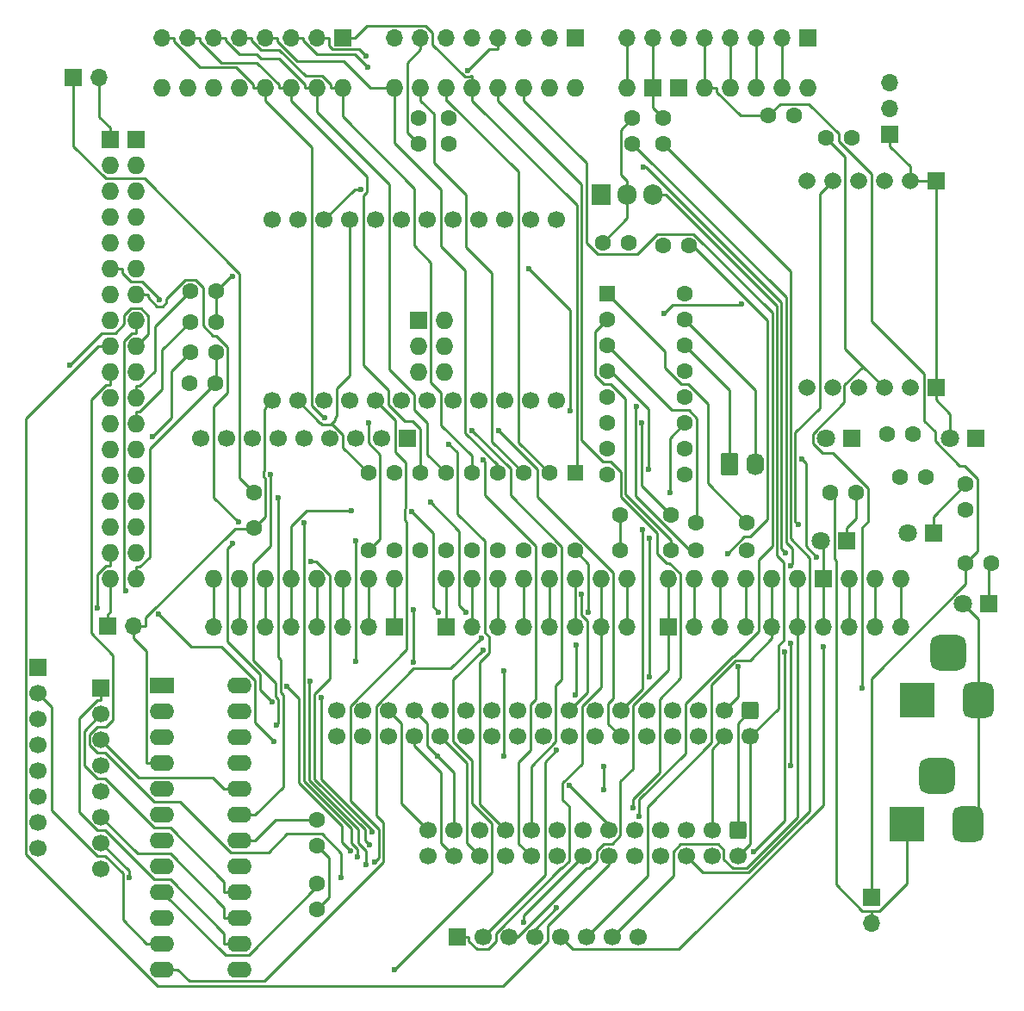
<source format=gbr>
G04 #@! TF.GenerationSoftware,KiCad,Pcbnew,9.0.4*
G04 #@! TF.CreationDate,2025-12-01T20:39:30+10:00*
G04 #@! TF.ProjectId,Jet Ranger DUE Prod Radio Controller,4a657420-5261-46e6-9765-722044554520,rev?*
G04 #@! TF.SameCoordinates,Original*
G04 #@! TF.FileFunction,Copper,L2,Bot*
G04 #@! TF.FilePolarity,Positive*
%FSLAX46Y46*%
G04 Gerber Fmt 4.6, Leading zero omitted, Abs format (unit mm)*
G04 Created by KiCad (PCBNEW 9.0.4) date 2025-12-01 20:39:30*
%MOMM*%
%LPD*%
G01*
G04 APERTURE LIST*
G04 Aperture macros list*
%AMRoundRect*
0 Rectangle with rounded corners*
0 $1 Rounding radius*
0 $2 $3 $4 $5 $6 $7 $8 $9 X,Y pos of 4 corners*
0 Add a 4 corners polygon primitive as box body*
4,1,4,$2,$3,$4,$5,$6,$7,$8,$9,$2,$3,0*
0 Add four circle primitives for the rounded corners*
1,1,$1+$1,$2,$3*
1,1,$1+$1,$4,$5*
1,1,$1+$1,$6,$7*
1,1,$1+$1,$8,$9*
0 Add four rect primitives between the rounded corners*
20,1,$1+$1,$2,$3,$4,$5,0*
20,1,$1+$1,$4,$5,$6,$7,0*
20,1,$1+$1,$6,$7,$8,$9,0*
20,1,$1+$1,$8,$9,$2,$3,0*%
G04 Aperture macros list end*
G04 #@! TA.AperFunction,ComponentPad*
%ADD10R,1.700000X1.700000*%
G04 #@! TD*
G04 #@! TA.AperFunction,ComponentPad*
%ADD11C,1.700000*%
G04 #@! TD*
G04 #@! TA.AperFunction,ComponentPad*
%ADD12C,1.600000*%
G04 #@! TD*
G04 #@! TA.AperFunction,ComponentPad*
%ADD13O,1.727200X1.727200*%
G04 #@! TD*
G04 #@! TA.AperFunction,ComponentPad*
%ADD14R,1.727200X1.727200*%
G04 #@! TD*
G04 #@! TA.AperFunction,ComponentPad*
%ADD15O,1.700000X1.700000*%
G04 #@! TD*
G04 #@! TA.AperFunction,ComponentPad*
%ADD16R,2.400000X1.600000*%
G04 #@! TD*
G04 #@! TA.AperFunction,ComponentPad*
%ADD17O,2.400000X1.600000*%
G04 #@! TD*
G04 #@! TA.AperFunction,ComponentPad*
%ADD18RoundRect,0.250000X-0.620000X-0.845000X0.620000X-0.845000X0.620000X0.845000X-0.620000X0.845000X0*%
G04 #@! TD*
G04 #@! TA.AperFunction,ComponentPad*
%ADD19O,1.740000X2.190000*%
G04 #@! TD*
G04 #@! TA.AperFunction,ComponentPad*
%ADD20R,1.800000X1.800000*%
G04 #@! TD*
G04 #@! TA.AperFunction,ComponentPad*
%ADD21C,1.800000*%
G04 #@! TD*
G04 #@! TA.AperFunction,ComponentPad*
%ADD22R,3.500000X3.500000*%
G04 #@! TD*
G04 #@! TA.AperFunction,ComponentPad*
%ADD23RoundRect,0.750000X0.750000X1.000000X-0.750000X1.000000X-0.750000X-1.000000X0.750000X-1.000000X0*%
G04 #@! TD*
G04 #@! TA.AperFunction,ComponentPad*
%ADD24RoundRect,0.875000X0.875000X0.875000X-0.875000X0.875000X-0.875000X-0.875000X0.875000X-0.875000X0*%
G04 #@! TD*
G04 #@! TA.AperFunction,ComponentPad*
%ADD25RoundRect,0.250000X-0.550000X-0.550000X0.550000X-0.550000X0.550000X0.550000X-0.550000X0.550000X0*%
G04 #@! TD*
G04 #@! TA.AperFunction,ComponentPad*
%ADD26RoundRect,0.250000X-0.550000X0.550000X-0.550000X-0.550000X0.550000X-0.550000X0.550000X0.550000X0*%
G04 #@! TD*
G04 #@! TA.AperFunction,ComponentPad*
%ADD27R,1.905000X2.000000*%
G04 #@! TD*
G04 #@! TA.AperFunction,ComponentPad*
%ADD28O,1.905000X2.000000*%
G04 #@! TD*
G04 #@! TA.AperFunction,ComponentPad*
%ADD29R,1.665000X1.665000*%
G04 #@! TD*
G04 #@! TA.AperFunction,ComponentPad*
%ADD30C,1.665000*%
G04 #@! TD*
G04 #@! TA.AperFunction,ComponentPad*
%ADD31RoundRect,0.250000X-0.600000X0.600000X-0.600000X-0.600000X0.600000X-0.600000X0.600000X0.600000X0*%
G04 #@! TD*
G04 #@! TA.AperFunction,ViaPad*
%ADD32C,0.600000*%
G04 #@! TD*
G04 #@! TA.AperFunction,Conductor*
%ADD33C,0.250000*%
G04 #@! TD*
G04 APERTURE END LIST*
D10*
X74720000Y-129500000D03*
D11*
X77260000Y-129500000D03*
X79800000Y-129500000D03*
X82340000Y-129500000D03*
X84880000Y-129500000D03*
X87420000Y-129500000D03*
X89960000Y-129500000D03*
X92500000Y-129500000D03*
X56560000Y-76750000D03*
X59100000Y-76750000D03*
X61640000Y-76750000D03*
X64180000Y-76750000D03*
X66720000Y-76750000D03*
X69260000Y-76750000D03*
X71800000Y-76750000D03*
X74340000Y-76750000D03*
X76880000Y-76750000D03*
X79420000Y-76750000D03*
X81960000Y-76750000D03*
X84500000Y-76750000D03*
X84500000Y-58970000D03*
X81960000Y-58970000D03*
X79420000Y-58970000D03*
X76880000Y-58970000D03*
X74340000Y-58970000D03*
X71800000Y-58970000D03*
X69260000Y-58970000D03*
X66720000Y-58970000D03*
X64180000Y-58970000D03*
X61640000Y-58970000D03*
X59100000Y-58970000D03*
X56560000Y-58970000D03*
D12*
X73950000Y-49000000D03*
X73950000Y-51500000D03*
X70940000Y-49000000D03*
X70940000Y-51500000D03*
D13*
X109205000Y-46039300D03*
X101585000Y-46039300D03*
X99045000Y-46039300D03*
X70978000Y-73979300D03*
X43165000Y-94299300D03*
X40625000Y-94299300D03*
X86345000Y-46039300D03*
X83805000Y-46039300D03*
X81265000Y-46039300D03*
X78725000Y-46039300D03*
X76185000Y-46039300D03*
X73645000Y-46039300D03*
X71105000Y-46039300D03*
X68565000Y-46039300D03*
X63485000Y-46039300D03*
X60945000Y-46039300D03*
X58405000Y-46039300D03*
X55865000Y-46039300D03*
X113269000Y-94299300D03*
X48245000Y-46039300D03*
X45705000Y-46039300D03*
X73645000Y-94299300D03*
X76185000Y-94299300D03*
X78725000Y-94299300D03*
X81265000Y-94299300D03*
X83805000Y-94299300D03*
X86345000Y-94299300D03*
X88885000Y-94299300D03*
X91425000Y-94299300D03*
X95489000Y-94299300D03*
X98029000Y-94299300D03*
X100569000Y-94299300D03*
X103109000Y-94299300D03*
X105649000Y-94299300D03*
X108189000Y-94299300D03*
X68565000Y-94299300D03*
X66025000Y-94299300D03*
X63485000Y-94299300D03*
X60945000Y-94299300D03*
X58405000Y-94299300D03*
X55865000Y-94299300D03*
X53325000Y-94299300D03*
X50785000Y-94299300D03*
X43165000Y-91759300D03*
X40625000Y-91759300D03*
X43165000Y-89219300D03*
X40625000Y-89219300D03*
X43165000Y-86679300D03*
X40625000Y-86679300D03*
X43165000Y-84139300D03*
X40625000Y-84139300D03*
X43165000Y-81599300D03*
X40625000Y-81599300D03*
X43165000Y-79059300D03*
X40625000Y-79059300D03*
X43165000Y-76519300D03*
X40625000Y-76519300D03*
X43165000Y-73979300D03*
X40625000Y-73979300D03*
X43165000Y-71439300D03*
X40625000Y-71439300D03*
X43165000Y-68899300D03*
X40625000Y-68899300D03*
X43165000Y-66359300D03*
X40625000Y-66359300D03*
X43165000Y-63819300D03*
X40625000Y-63819300D03*
X43165000Y-61279300D03*
X40625000Y-61279300D03*
X43165000Y-58739300D03*
X40625000Y-58739300D03*
X43165000Y-56199300D03*
X40625000Y-56199300D03*
X43165000Y-53659300D03*
X40625000Y-53659300D03*
X53325000Y-46039300D03*
X50785000Y-46039300D03*
D14*
X110729000Y-94299300D03*
X96505000Y-46039300D03*
X93965000Y-46039300D03*
X70978000Y-68899300D03*
X43165000Y-51119300D03*
X40625000Y-51119300D03*
D13*
X106665000Y-46039300D03*
X73518000Y-73979300D03*
X70978000Y-71439300D03*
X104125000Y-46039300D03*
X73518000Y-68899300D03*
X73518000Y-71439300D03*
X118349000Y-94299300D03*
X115809000Y-94299300D03*
X91425000Y-46039300D03*
D12*
X103250000Y-91500000D03*
X98250000Y-91500000D03*
D10*
X63500000Y-41046400D03*
D15*
X60960000Y-41046400D03*
X58420000Y-41046400D03*
X55880000Y-41046400D03*
X53340000Y-41046400D03*
X50800000Y-41046400D03*
X48260000Y-41046400D03*
X45720000Y-41046400D03*
D16*
X45750000Y-104750000D03*
D17*
X45750000Y-107290000D03*
X45750000Y-109830000D03*
X45750000Y-112370000D03*
X45750000Y-114910000D03*
X45750000Y-117450000D03*
X45750000Y-119990000D03*
X45750000Y-122530000D03*
X45750000Y-125070000D03*
X45750000Y-127610000D03*
X45750000Y-130150000D03*
X45750000Y-132690000D03*
X53370000Y-132690000D03*
X53370000Y-130150000D03*
X53370000Y-127610000D03*
X53370000Y-125070000D03*
X53370000Y-122530000D03*
X53370000Y-119990000D03*
X53370000Y-117450000D03*
X53370000Y-114910000D03*
X53370000Y-112370000D03*
X53370000Y-109830000D03*
X53370000Y-107290000D03*
X53370000Y-104750000D03*
D10*
X117298000Y-50550000D03*
D15*
X117298000Y-48010000D03*
X117298000Y-45470000D03*
D10*
X86360000Y-41046400D03*
D15*
X83820000Y-41046400D03*
X81280000Y-41046400D03*
X78740000Y-41046400D03*
X76200000Y-41046400D03*
X73660000Y-41046400D03*
X71120000Y-41046400D03*
X68580000Y-41046400D03*
D18*
X101500000Y-83000000D03*
D19*
X104040000Y-83000000D03*
D12*
X51040000Y-72000000D03*
X48500000Y-72000000D03*
D20*
X113540000Y-80500000D03*
D21*
X111000000Y-80500000D03*
D12*
X61000000Y-117960000D03*
X61000000Y-120500000D03*
X118250000Y-84250000D03*
X120790000Y-84250000D03*
X51040000Y-66000000D03*
X48500000Y-66000000D03*
X124750000Y-87500000D03*
X124750000Y-84960000D03*
D10*
X37000000Y-45000000D03*
D15*
X39540000Y-45000000D03*
D22*
X118949000Y-118350000D03*
D23*
X124949000Y-118350000D03*
D24*
X121949000Y-113650000D03*
D25*
X89515000Y-66250000D03*
D12*
X89515000Y-68790000D03*
X89515000Y-71330000D03*
X89515000Y-73870000D03*
X89515000Y-76410000D03*
X89515000Y-78950000D03*
X89515000Y-81490000D03*
X89515000Y-84030000D03*
X97135000Y-84030000D03*
X97135000Y-81490000D03*
X97135000Y-78950000D03*
X97135000Y-76410000D03*
X97135000Y-73870000D03*
X97135000Y-71330000D03*
X97135000Y-68790000D03*
X97135000Y-66250000D03*
D20*
X127040000Y-96750000D03*
D21*
X124500000Y-96750000D03*
D12*
X54750000Y-85750000D03*
X54750000Y-89250000D03*
D20*
X125770000Y-80500000D03*
D21*
X123230000Y-80500000D03*
D26*
X86320000Y-83880000D03*
D12*
X83780000Y-83880000D03*
X81240000Y-83880000D03*
X78700000Y-83880000D03*
X76160000Y-83880000D03*
X73620000Y-83880000D03*
X71080000Y-83880000D03*
X68540000Y-83880000D03*
X66000000Y-83880000D03*
X66000000Y-91500000D03*
X68540000Y-91500000D03*
X71080000Y-91500000D03*
X73620000Y-91500000D03*
X76160000Y-91500000D03*
X78700000Y-91500000D03*
X81240000Y-91500000D03*
X83780000Y-91500000D03*
X86320000Y-91500000D03*
X51040000Y-69000000D03*
X48500000Y-69000000D03*
X51000000Y-75000000D03*
X48460000Y-75000000D03*
X124710000Y-92750000D03*
X127250000Y-92750000D03*
X117000000Y-80000000D03*
X119540000Y-80000000D03*
D10*
X68580000Y-98958400D03*
D15*
X66040000Y-98958400D03*
X63500000Y-98958400D03*
X60960000Y-98958400D03*
X58420000Y-98958400D03*
X55880000Y-98958400D03*
X53340000Y-98958400D03*
X50800000Y-98958400D03*
D10*
X33500000Y-103000000D03*
D11*
X33500000Y-105540000D03*
X33500000Y-108080000D03*
X33500000Y-110620000D03*
X33500000Y-113160000D03*
X33500000Y-115700000D03*
X33500000Y-118240000D03*
X33500000Y-120780000D03*
D12*
X94960000Y-61500000D03*
X97500000Y-61500000D03*
D27*
X88920000Y-56500000D03*
D28*
X91460000Y-56500000D03*
X94000000Y-56500000D03*
D29*
X121809000Y-55183300D03*
D30*
X119269000Y-55183300D03*
X116729000Y-55183300D03*
X114189000Y-55183300D03*
X111649000Y-55183300D03*
X109109000Y-55183300D03*
D29*
X121809000Y-75503300D03*
D30*
X119269000Y-75503300D03*
X116729000Y-75503300D03*
X114189000Y-75503300D03*
X111649000Y-75503300D03*
X109109000Y-75503300D03*
D20*
X113040000Y-90500000D03*
D21*
X110500000Y-90500000D03*
D12*
X111455000Y-85750000D03*
X113995000Y-85750000D03*
D10*
X109220000Y-41046400D03*
D15*
X106680000Y-41046400D03*
X104140000Y-41046400D03*
X101600000Y-41046400D03*
X99060000Y-41046400D03*
X96520000Y-41046400D03*
X93980000Y-41046400D03*
X91440000Y-41046400D03*
D12*
X95000000Y-51500000D03*
X95000000Y-49000000D03*
D10*
X115450000Y-125560000D03*
D15*
X115450000Y-128100000D03*
D12*
X61000000Y-126750000D03*
X61000000Y-124250000D03*
X110960000Y-50900000D03*
X113500000Y-50900000D03*
X89037500Y-61212500D03*
X91577500Y-61212500D03*
D31*
X103530000Y-107250000D03*
D11*
X103530000Y-109790000D03*
X100990000Y-107250000D03*
X100990000Y-109790000D03*
X98450000Y-107250000D03*
X98450000Y-109790000D03*
X95910000Y-107250000D03*
X95910000Y-109790000D03*
X93370000Y-107250000D03*
X93370000Y-109790000D03*
X90830000Y-107250000D03*
X90830000Y-109790000D03*
X88290000Y-107250000D03*
X88290000Y-109790000D03*
X85750000Y-107250000D03*
X85750000Y-109790000D03*
X83210000Y-107250000D03*
X83210000Y-109790000D03*
X80670000Y-107250000D03*
X80670000Y-109790000D03*
X78130000Y-107250000D03*
X78130000Y-109790000D03*
X75590000Y-107250000D03*
X75590000Y-109790000D03*
X73050000Y-107250000D03*
X73050000Y-109790000D03*
X70510000Y-107250000D03*
X70510000Y-109790000D03*
X67970000Y-107250000D03*
X67970000Y-109790000D03*
X65430000Y-107250000D03*
X65430000Y-109790000D03*
X62890000Y-107250000D03*
X62890000Y-109790000D03*
D12*
X105350000Y-48750000D03*
X107890000Y-48750000D03*
X91990000Y-51500000D03*
X91990000Y-49000000D03*
D10*
X39750000Y-105000000D03*
D11*
X39750000Y-107540000D03*
X39750000Y-110080000D03*
X39750000Y-112620000D03*
X39750000Y-115160000D03*
X39750000Y-117700000D03*
X39750000Y-120240000D03*
X39750000Y-122780000D03*
D20*
X121540000Y-89750000D03*
D21*
X119000000Y-89750000D03*
D12*
X103250000Y-88750000D03*
X98250000Y-88750000D03*
X95750000Y-88000000D03*
X90750000Y-88000000D03*
D10*
X69820000Y-80500000D03*
D11*
X67280000Y-80500000D03*
X64740000Y-80500000D03*
X62200000Y-80500000D03*
X59660000Y-80500000D03*
X57120000Y-80500000D03*
X54580000Y-80500000D03*
X52040000Y-80500000D03*
X49500000Y-80500000D03*
D22*
X120000000Y-106207500D03*
D23*
X126000000Y-106207500D03*
D24*
X123000000Y-101507500D03*
D10*
X95504000Y-98958400D03*
D15*
X98044000Y-98958400D03*
X100584000Y-98958400D03*
X103124000Y-98958400D03*
X105664000Y-98958400D03*
X108204000Y-98958400D03*
X110744000Y-98958400D03*
X113284000Y-98958400D03*
X115824000Y-98958400D03*
X118364000Y-98958400D03*
D31*
X102330000Y-119000000D03*
D11*
X102330000Y-121540000D03*
X99790000Y-119000000D03*
X99790000Y-121540000D03*
X97250000Y-119000000D03*
X97250000Y-121540000D03*
X94710000Y-119000000D03*
X94710000Y-121540000D03*
X92170000Y-119000000D03*
X92170000Y-121540000D03*
X89630000Y-119000000D03*
X89630000Y-121540000D03*
X87090000Y-119000000D03*
X87090000Y-121540000D03*
X84550000Y-119000000D03*
X84550000Y-121540000D03*
X82010000Y-119000000D03*
X82010000Y-121540000D03*
X79470000Y-119000000D03*
X79470000Y-121540000D03*
X76930000Y-119000000D03*
X76930000Y-121540000D03*
X74390000Y-119000000D03*
X74390000Y-121540000D03*
X71850000Y-119000000D03*
X71850000Y-121540000D03*
D12*
X95750000Y-91500000D03*
X90750000Y-91500000D03*
D10*
X40411400Y-98933000D03*
D15*
X42951400Y-98933000D03*
D10*
X73660000Y-98958400D03*
D15*
X76200000Y-98958400D03*
X78740000Y-98958400D03*
X81280000Y-98958400D03*
X83820000Y-98958400D03*
X86360000Y-98958400D03*
X88900000Y-98958400D03*
X91440000Y-98958400D03*
D32*
X75781400Y-44292400D03*
X78814900Y-79673400D03*
X85743800Y-114595500D03*
X56708100Y-110233700D03*
X45386200Y-97697200D03*
X36687200Y-73223500D03*
X73908300Y-81014500D03*
X76220600Y-79671100D03*
X81256400Y-128015000D03*
X64266700Y-121049000D03*
X58021400Y-104829400D03*
X77268100Y-82556600D03*
X65776500Y-122351400D03*
X60316300Y-104318100D03*
X42137200Y-95449700D03*
X66393500Y-119149200D03*
X61404900Y-105966800D03*
X63318600Y-123631900D03*
X66616600Y-122103400D03*
X66126500Y-120403000D03*
X60356800Y-92559200D03*
X53231500Y-88687300D03*
X92871100Y-78950000D03*
X93542500Y-83529300D03*
X92357900Y-77318100D03*
X72855100Y-111733900D03*
X39405000Y-97143600D03*
X95646100Y-85812900D03*
X64383100Y-87556900D03*
X93003700Y-89458000D03*
X87615000Y-97546100D03*
X102341600Y-102917100D03*
X42511500Y-123660600D03*
X92643500Y-117633000D03*
X92008900Y-116744600D03*
X72892400Y-97546100D03*
X70253100Y-87648800D03*
X64786900Y-90548400D03*
X64786900Y-102363800D03*
X107560600Y-112616000D03*
X107560600Y-100639000D03*
X107523800Y-93017100D03*
X86946900Y-95783600D03*
X45465300Y-66840300D03*
X89164000Y-114963000D03*
X89164000Y-112747100D03*
X52630400Y-90794600D03*
X56554000Y-106396700D03*
X86356700Y-105710600D03*
X86469200Y-100748000D03*
X75612500Y-97546100D03*
X72129600Y-86745200D03*
X64977900Y-121606400D03*
X59675000Y-88775000D03*
X65981500Y-43968000D03*
X114538900Y-105050000D03*
X101308800Y-91788000D03*
X61749400Y-78447100D03*
X108279800Y-88949500D03*
X102686200Y-67228800D03*
X95111100Y-68167100D03*
X77281400Y-101261600D03*
X68581300Y-132690000D03*
X65767400Y-42847200D03*
X44784800Y-80284800D03*
X70407600Y-102478000D03*
X70421000Y-97305800D03*
X110718700Y-100962200D03*
X107052200Y-91735600D03*
X93009500Y-53766000D03*
X65262400Y-55964300D03*
X110076200Y-92149000D03*
X108589500Y-82505900D03*
X85887300Y-77760100D03*
X81758400Y-63752500D03*
X56956500Y-108612600D03*
X56350400Y-83984600D03*
X52676600Y-64514000D03*
X79305100Y-103311400D03*
X79305100Y-111659100D03*
X77094800Y-100072000D03*
X66010100Y-78892500D03*
X93649500Y-103952700D03*
X93649500Y-90300700D03*
X57118800Y-86317000D03*
X106929300Y-101416600D03*
X103927600Y-121073900D03*
X84460100Y-126643700D03*
X84497700Y-111146800D03*
D33*
X127040000Y-92960000D02*
X127040000Y-96750000D01*
X127250000Y-92750000D02*
X127040000Y-92960000D01*
X77852300Y-42221500D02*
X75781400Y-44292400D01*
X78740000Y-42221500D02*
X77852300Y-42221500D01*
X78740000Y-41046400D02*
X78740000Y-42221500D01*
X121540000Y-88170000D02*
X121540000Y-89750000D01*
X124750000Y-84960000D02*
X121540000Y-88170000D01*
X113995000Y-88319900D02*
X113040000Y-89274900D01*
X113995000Y-85750000D02*
X113995000Y-88319900D01*
X113040000Y-90500000D02*
X113040000Y-89274900D01*
X82654900Y-83513400D02*
X78814900Y-79673400D01*
X82654900Y-86231900D02*
X82654900Y-83513400D01*
X90083300Y-93660300D02*
X82654900Y-86231900D01*
X90083300Y-106066700D02*
X90083300Y-93660300D01*
X89617700Y-106532300D02*
X90083300Y-106066700D01*
X89617700Y-108577700D02*
X89617700Y-106532300D01*
X90830000Y-109790000D02*
X89617700Y-108577700D01*
X101500000Y-75695000D02*
X101500000Y-83000000D01*
X97135000Y-71330000D02*
X101500000Y-75695000D01*
X89630000Y-118481700D02*
X85743800Y-114595500D01*
X89630000Y-119000000D02*
X89630000Y-118481700D01*
X48597500Y-100908500D02*
X45386200Y-97697200D01*
X51525100Y-100908500D02*
X48597500Y-100908500D01*
X54895200Y-104278600D02*
X51525100Y-100908500D01*
X54895200Y-108420800D02*
X54895200Y-104278600D01*
X56708100Y-110233700D02*
X54895200Y-108420800D01*
X44394400Y-70209900D02*
X43165000Y-71439300D01*
X44394400Y-68421300D02*
X44394400Y-70209900D01*
X43678800Y-67705700D02*
X44394400Y-68421300D01*
X42655400Y-67705700D02*
X43678800Y-67705700D01*
X41976200Y-68384900D02*
X42655400Y-67705700D01*
X41976200Y-69230400D02*
X41976200Y-68384900D01*
X41118500Y-70088100D02*
X41976200Y-69230400D01*
X39822600Y-70088100D02*
X41118500Y-70088100D01*
X36687200Y-73223500D02*
X39822600Y-70088100D01*
X74745200Y-81851400D02*
X73908300Y-81014500D01*
X74745200Y-87866800D02*
X74745200Y-81851400D01*
X77430000Y-90551600D02*
X74745200Y-87866800D01*
X77430000Y-99523000D02*
X77430000Y-90551600D01*
X77906500Y-99999500D02*
X77430000Y-99523000D01*
X77906500Y-101520600D02*
X77906500Y-99999500D01*
X76944200Y-102482900D02*
X77906500Y-101520600D01*
X76944200Y-116474200D02*
X76944200Y-102482900D01*
X79470000Y-119000000D02*
X76944200Y-116474200D01*
X82010000Y-112705600D02*
X82010000Y-119000000D01*
X84412700Y-110302900D02*
X82010000Y-112705600D01*
X84412700Y-104765600D02*
X84412700Y-110302900D01*
X85036800Y-104141500D02*
X84412700Y-104765600D01*
X85036800Y-91136100D02*
X85036800Y-104141500D01*
X79970000Y-86069300D02*
X85036800Y-91136100D01*
X79970000Y-83420500D02*
X79970000Y-86069300D01*
X76220600Y-79671100D02*
X79970000Y-83420500D01*
X81256400Y-127373600D02*
X81256400Y-128015000D01*
X87090000Y-121540000D02*
X81256400Y-127373600D01*
X32324800Y-78550800D02*
X39436300Y-71439300D01*
X32324800Y-121329200D02*
X32324800Y-78550800D01*
X45265400Y-134269800D02*
X32324800Y-121329200D01*
X79263500Y-134269800D02*
X45265400Y-134269800D01*
X83610000Y-129923300D02*
X79263500Y-134269800D01*
X83610000Y-128394100D02*
X83610000Y-129923300D01*
X89630000Y-122374100D02*
X83610000Y-128394100D01*
X89630000Y-121540000D02*
X89630000Y-122374100D01*
X40625000Y-71439300D02*
X39436300Y-71439300D01*
X59214100Y-106022100D02*
X58021400Y-104829400D01*
X59214100Y-114354900D02*
X59214100Y-106022100D01*
X63393600Y-118534400D02*
X59214100Y-114354900D01*
X63393600Y-120175900D02*
X63393600Y-118534400D01*
X64266700Y-121049000D02*
X63393600Y-120175900D01*
X80778100Y-120308100D02*
X82010000Y-121540000D01*
X80778100Y-112315800D02*
X80778100Y-120308100D01*
X81945500Y-111148400D02*
X80778100Y-112315800D01*
X81945500Y-106584500D02*
X81945500Y-111148400D01*
X82457400Y-106072600D02*
X81945500Y-106584500D01*
X82457400Y-91065100D02*
X82457400Y-106072600D01*
X77466300Y-86074000D02*
X82457400Y-91065100D01*
X77466300Y-82754800D02*
X77466300Y-86074000D01*
X77268100Y-82556600D02*
X77466300Y-82754800D01*
X42795500Y-70088000D02*
X43165000Y-70088000D01*
X41955500Y-70928000D02*
X42795500Y-70088000D01*
X41955500Y-95268000D02*
X41955500Y-70928000D01*
X42137200Y-95449700D02*
X41955500Y-95268000D01*
X60234400Y-104400000D02*
X60316300Y-104318100D01*
X60234400Y-114101900D02*
X60234400Y-104400000D01*
X65018800Y-118886300D02*
X60234400Y-114101900D01*
X65018800Y-120280100D02*
X65018800Y-118886300D01*
X65776500Y-121037800D02*
X65018800Y-120280100D01*
X65776500Y-122351400D02*
X65776500Y-121037800D01*
X43165000Y-68899300D02*
X43165000Y-70088000D01*
X94000000Y-56500000D02*
X95277600Y-56500000D01*
X103530000Y-120340000D02*
X103530000Y-109790000D01*
X102330000Y-121540000D02*
X103530000Y-120340000D01*
X106304200Y-107015800D02*
X103530000Y-109790000D01*
X106304200Y-100835700D02*
X106304200Y-107015800D01*
X106843400Y-100296500D02*
X106304200Y-100835700D01*
X106843400Y-92668100D02*
X106843400Y-100296500D01*
X106164000Y-91988700D02*
X106843400Y-92668100D01*
X106164000Y-67386400D02*
X106164000Y-91988700D01*
X95277600Y-56500000D02*
X106164000Y-67386400D01*
X61404900Y-113999100D02*
X61404900Y-105966800D01*
X66393500Y-118987700D02*
X61404900Y-113999100D01*
X66393500Y-119149200D02*
X66393500Y-118987700D01*
X40625000Y-73979300D02*
X40625000Y-75168000D01*
X63318600Y-121227000D02*
X63318600Y-123631900D01*
X61453000Y-119361400D02*
X63318600Y-121227000D01*
X57963200Y-119361400D02*
X61453000Y-119361400D01*
X56183300Y-121141300D02*
X57963200Y-119361400D01*
X52470200Y-121141300D02*
X56183300Y-121141300D01*
X47508900Y-116180000D02*
X52470200Y-121141300D01*
X44972000Y-116180000D02*
X47508900Y-116180000D01*
X40142000Y-111350000D02*
X44972000Y-116180000D01*
X39354200Y-111350000D02*
X40142000Y-111350000D01*
X38574200Y-110570000D02*
X39354200Y-111350000D01*
X38574200Y-109589200D02*
X38574200Y-110570000D01*
X39353400Y-108810000D02*
X38574200Y-109589200D01*
X40237600Y-108810000D02*
X39353400Y-108810000D01*
X40925200Y-108122400D02*
X40237600Y-108810000D01*
X40925200Y-101803200D02*
X40925200Y-108122400D01*
X38749000Y-99627000D02*
X40925200Y-101803200D01*
X38749000Y-76672500D02*
X38749000Y-99627000D01*
X40253500Y-75168000D02*
X38749000Y-76672500D01*
X40625000Y-75168000D02*
X40253500Y-75168000D01*
X67018600Y-121701400D02*
X66616600Y-122103400D01*
X67018600Y-118890200D02*
X67018600Y-121701400D01*
X64223800Y-116095400D02*
X67018600Y-118890200D01*
X64223800Y-106789900D02*
X64223800Y-116095400D01*
X69792900Y-101220800D02*
X64223800Y-106789900D01*
X69792900Y-88708000D02*
X69792900Y-101220800D01*
X69628000Y-88543100D02*
X69792900Y-88708000D01*
X69628000Y-87389900D02*
X69628000Y-88543100D01*
X69710400Y-87307500D02*
X69628000Y-87389900D01*
X69710400Y-82842800D02*
X69710400Y-87307500D01*
X68644800Y-81777200D02*
X69710400Y-82842800D01*
X68644800Y-78674800D02*
X68644800Y-81777200D01*
X66720000Y-76750000D02*
X68644800Y-78674800D01*
X60893000Y-92559200D02*
X60356800Y-92559200D01*
X62215000Y-93881200D02*
X60893000Y-92559200D01*
X62215000Y-104089500D02*
X62215000Y-93881200D01*
X60733100Y-105571400D02*
X62215000Y-104089500D01*
X60733100Y-113964000D02*
X60733100Y-105571400D01*
X65693900Y-118924800D02*
X60733100Y-113964000D01*
X65693900Y-119970400D02*
X65693900Y-118924800D01*
X66126500Y-120403000D02*
X65693900Y-119970400D01*
X43165000Y-66359300D02*
X44353700Y-66359300D01*
X50840600Y-86296400D02*
X53231500Y-88687300D01*
X50840600Y-77286000D02*
X50840600Y-86296400D01*
X52184900Y-75941700D02*
X50840600Y-77286000D01*
X52184900Y-71478000D02*
X52184900Y-75941700D01*
X51062100Y-70355200D02*
X52184900Y-71478000D01*
X50739000Y-70355200D02*
X51062100Y-70355200D01*
X49770000Y-69386200D02*
X50739000Y-70355200D01*
X49770000Y-65635200D02*
X49770000Y-69386200D01*
X48998600Y-64863800D02*
X49770000Y-65635200D01*
X48011300Y-64863800D02*
X48998600Y-64863800D01*
X46160300Y-66714800D02*
X48011300Y-64863800D01*
X46160300Y-67106200D02*
X46160300Y-66714800D01*
X45781600Y-67484900D02*
X46160300Y-67106200D01*
X45225900Y-67484900D02*
X45781600Y-67484900D01*
X44353700Y-66612700D02*
X45225900Y-67484900D01*
X44353700Y-66359300D02*
X44353700Y-66612700D01*
X95750000Y-90440200D02*
X95750000Y-91500000D01*
X91290400Y-85980600D02*
X95750000Y-90440200D01*
X91290400Y-76569000D02*
X91290400Y-85980600D01*
X89861400Y-75140000D02*
X91290400Y-76569000D01*
X89173600Y-75140000D02*
X89861400Y-75140000D01*
X88344900Y-74311300D02*
X89173600Y-75140000D01*
X88344900Y-69960100D02*
X88344900Y-74311300D01*
X89515000Y-68790000D02*
X88344900Y-69960100D01*
X92871100Y-85121100D02*
X92871100Y-78950000D01*
X95750000Y-88000000D02*
X92871100Y-85121100D01*
X93542500Y-77618600D02*
X93542500Y-83529300D01*
X89793900Y-73870000D02*
X93542500Y-77618600D01*
X89515000Y-73870000D02*
X89793900Y-73870000D01*
X97655400Y-91500000D02*
X98250000Y-91500000D01*
X92245400Y-86090000D02*
X97655400Y-91500000D01*
X92245400Y-77430600D02*
X92245400Y-86090000D01*
X92357900Y-77318100D02*
X92245400Y-77430600D01*
X99383000Y-84883000D02*
X103250000Y-88750000D01*
X99383000Y-77065100D02*
X99383000Y-84883000D01*
X97457900Y-75140000D02*
X99383000Y-77065100D01*
X96799200Y-75140000D02*
X97457900Y-75140000D01*
X95162600Y-73503400D02*
X96799200Y-75140000D01*
X95162600Y-71897600D02*
X95162600Y-73503400D01*
X89515000Y-66250000D02*
X95162600Y-71897600D01*
X95980000Y-123480000D02*
X89960000Y-129500000D01*
X95980000Y-121109000D02*
X95980000Y-123480000D01*
X96724200Y-120364800D02*
X95980000Y-121109000D01*
X100373500Y-120364800D02*
X96724200Y-120364800D01*
X100965200Y-120956500D02*
X100373500Y-120364800D01*
X100965200Y-121839300D02*
X100965200Y-120956500D01*
X101841100Y-122715200D02*
X100965200Y-121839300D01*
X103173000Y-122715200D02*
X101841100Y-122715200D01*
X108204000Y-117684200D02*
X103173000Y-122715200D01*
X108204000Y-98958400D02*
X108204000Y-117684200D01*
X108189000Y-97768300D02*
X108189000Y-94299300D01*
X108204000Y-97783300D02*
X108189000Y-97768300D01*
X108204000Y-98958400D02*
X108204000Y-97783300D01*
X98330500Y-88669500D02*
X98250000Y-88750000D01*
X98330500Y-78498800D02*
X98330500Y-88669500D01*
X97511700Y-77680000D02*
X98330500Y-78498800D01*
X95865000Y-77680000D02*
X97511700Y-77680000D01*
X89515000Y-71330000D02*
X95865000Y-77680000D01*
X105649000Y-97768300D02*
X105649000Y-94299300D01*
X105664000Y-97783300D02*
X105649000Y-97768300D01*
X105664000Y-98825500D02*
X105664000Y-97783300D01*
X105664000Y-98825500D02*
X105664000Y-98958400D01*
X105664000Y-98958400D02*
X105664000Y-100133500D01*
X93440000Y-123480000D02*
X87420000Y-129500000D01*
X93440000Y-116659500D02*
X93440000Y-123480000D01*
X99720000Y-110379500D02*
X93440000Y-116659500D01*
X99720000Y-104654700D02*
X99720000Y-110379500D01*
X102082700Y-102292000D02*
X99720000Y-104654700D01*
X103505500Y-102292000D02*
X102082700Y-102292000D01*
X105664000Y-100133500D02*
X103505500Y-102292000D01*
X39405000Y-93796500D02*
X39405000Y-97143600D01*
X40253500Y-92948000D02*
X39405000Y-93796500D01*
X40625000Y-92948000D02*
X40253500Y-92948000D01*
X40625000Y-91759300D02*
X40625000Y-92948000D01*
X74390000Y-113268800D02*
X72855100Y-111733900D01*
X74390000Y-119000000D02*
X74390000Y-113268800D01*
X71780000Y-108520000D02*
X70510000Y-107250000D01*
X71780000Y-110658800D02*
X71780000Y-108520000D01*
X72855100Y-111733900D02*
X71780000Y-110658800D01*
X55865000Y-97768300D02*
X55865000Y-94299300D01*
X55880000Y-97783300D02*
X55865000Y-97768300D01*
X55880000Y-98958400D02*
X55880000Y-97783300D01*
X60945000Y-97768300D02*
X60945000Y-94299300D01*
X60960000Y-97783300D02*
X60945000Y-97768300D01*
X60960000Y-98958400D02*
X60960000Y-97783300D01*
X95489000Y-97768300D02*
X95489000Y-94299300D01*
X95504000Y-97783300D02*
X95489000Y-97768300D01*
X95504000Y-98370800D02*
X95504000Y-97783300D01*
X95504000Y-98370800D02*
X95504000Y-98958400D01*
X80678100Y-129500000D02*
X79800000Y-129500000D01*
X87462900Y-122715200D02*
X80678100Y-129500000D01*
X87681800Y-122715200D02*
X87462900Y-122715200D01*
X88454800Y-121942200D02*
X87681800Y-122715200D01*
X88454800Y-121050300D02*
X88454800Y-121942200D01*
X89140300Y-120364800D02*
X88454800Y-121050300D01*
X89966200Y-120364800D02*
X89140300Y-120364800D01*
X90805200Y-119525800D02*
X89966200Y-120364800D01*
X90805200Y-114189900D02*
X90805200Y-119525800D01*
X92008900Y-112986200D02*
X90805200Y-114189900D01*
X92008900Y-106707800D02*
X92008900Y-112986200D01*
X95504000Y-103212700D02*
X92008900Y-106707800D01*
X95504000Y-98958400D02*
X95504000Y-103212700D01*
X73114400Y-120264400D02*
X74390000Y-121540000D01*
X73114400Y-113328200D02*
X73114400Y-120264400D01*
X70510000Y-110723800D02*
X73114400Y-113328200D01*
X70510000Y-109790000D02*
X70510000Y-110723800D01*
X75660000Y-112400000D02*
X73050000Y-109790000D01*
X75660000Y-120270000D02*
X75660000Y-112400000D01*
X76930000Y-121540000D02*
X75660000Y-120270000D01*
X98878500Y-123168500D02*
X97250000Y-121540000D01*
X103390700Y-123168500D02*
X98878500Y-123168500D01*
X109423400Y-117135800D02*
X103390700Y-123168500D01*
X109423400Y-92200300D02*
X109423400Y-117135800D01*
X107514300Y-90291200D02*
X109423400Y-92200300D01*
X107514300Y-64014300D02*
X107514300Y-90291200D01*
X95000000Y-51500000D02*
X107514300Y-64014300D01*
X58420000Y-98958400D02*
X58420000Y-97783300D01*
X58405000Y-97768300D02*
X58405000Y-94299300D01*
X58420000Y-97783300D02*
X58405000Y-97768300D01*
X95646100Y-80438900D02*
X95646100Y-85812900D01*
X97135000Y-78950000D02*
X95646100Y-80438900D01*
X58405000Y-89111800D02*
X58405000Y-94299300D01*
X59959900Y-87556900D02*
X58405000Y-89111800D01*
X64383100Y-87556900D02*
X59959900Y-87556900D01*
X93003700Y-105076300D02*
X93003700Y-89458000D01*
X90830000Y-107250000D02*
X93003700Y-105076300D01*
X102341600Y-105898400D02*
X100990000Y-107250000D01*
X102341600Y-102917100D02*
X102341600Y-105898400D01*
X87615000Y-92795000D02*
X87615000Y-97546100D01*
X86320000Y-91500000D02*
X87615000Y-92795000D01*
X42511500Y-123001500D02*
X42511500Y-123660600D01*
X39750000Y-120240000D02*
X42511500Y-123001500D01*
X43310000Y-121260000D02*
X39750000Y-117700000D01*
X46543400Y-121260000D02*
X43310000Y-121260000D01*
X51844900Y-126561500D02*
X46543400Y-121260000D01*
X51844900Y-127610000D02*
X51844900Y-126561500D01*
X53370000Y-127610000D02*
X51844900Y-127610000D01*
X69814800Y-50374800D02*
X70940000Y-51500000D01*
X69814800Y-43526700D02*
X69814800Y-50374800D01*
X71120000Y-42221500D02*
X69814800Y-43526700D01*
X71120000Y-41046400D02*
X71120000Y-42221500D01*
X81265000Y-46039300D02*
X81265000Y-47228000D01*
X92643500Y-115955700D02*
X92643500Y-117633000D01*
X97180000Y-111419200D02*
X92643500Y-115955700D01*
X97180000Y-106558100D02*
X97180000Y-111419200D01*
X101896200Y-101841900D02*
X97180000Y-106558100D01*
X101931100Y-101841900D02*
X101896200Y-101841900D01*
X104379000Y-99394000D02*
X101931100Y-101841900D01*
X104379000Y-92389900D02*
X104379000Y-99394000D01*
X105713900Y-91055000D02*
X104379000Y-92389900D01*
X105713900Y-68102100D02*
X105713900Y-91055000D01*
X97980600Y-60368800D02*
X105713900Y-68102100D01*
X94440700Y-60368800D02*
X97980600Y-60368800D01*
X92468900Y-62340600D02*
X94440700Y-60368800D01*
X88535400Y-62340600D02*
X92468900Y-62340600D01*
X87441100Y-61246300D02*
X88535400Y-62340600D01*
X87441100Y-53404100D02*
X87441100Y-61246300D01*
X81265000Y-47228000D02*
X87441100Y-53404100D01*
X78725000Y-46039300D02*
X78725000Y-47228000D01*
X86990900Y-55493900D02*
X78725000Y-47228000D01*
X86990900Y-80643700D02*
X86990900Y-55493900D01*
X89107200Y-82760000D02*
X86990900Y-80643700D01*
X89836900Y-82760000D02*
X89107200Y-82760000D01*
X90840200Y-83763300D02*
X89836900Y-82760000D01*
X90840200Y-86189700D02*
X90840200Y-83763300D01*
X94436400Y-89785900D02*
X90840200Y-86189700D01*
X94436400Y-91793400D02*
X94436400Y-89785900D01*
X95367200Y-92724200D02*
X94436400Y-91793400D01*
X95630400Y-92724200D02*
X95367200Y-92724200D01*
X96688500Y-93782300D02*
X95630400Y-92724200D01*
X96688500Y-104026300D02*
X96688500Y-93782300D01*
X94640000Y-106074800D02*
X96688500Y-104026300D01*
X94640000Y-113322500D02*
X94640000Y-106074800D01*
X92008900Y-115953600D02*
X94640000Y-113322500D01*
X92008900Y-116744600D02*
X92008900Y-115953600D01*
X39382800Y-106175100D02*
X39750000Y-106175100D01*
X37621900Y-107936000D02*
X39382800Y-106175100D01*
X37621900Y-117233600D02*
X37621900Y-107936000D01*
X39358300Y-118970000D02*
X37621900Y-117233600D01*
X40142000Y-118970000D02*
X39358300Y-118970000D01*
X44972000Y-123800000D02*
X40142000Y-118970000D01*
X46543400Y-123800000D02*
X44972000Y-123800000D01*
X51844900Y-129101500D02*
X46543400Y-123800000D01*
X51844900Y-130150000D02*
X51844900Y-129101500D01*
X53370000Y-130150000D02*
X51844900Y-130150000D01*
X39750000Y-105000000D02*
X39750000Y-106175100D01*
X72350000Y-89745700D02*
X70253100Y-87648800D01*
X72350000Y-97003700D02*
X72350000Y-89745700D01*
X72892400Y-97546100D02*
X72350000Y-97003700D01*
X63485000Y-97768300D02*
X63485000Y-94299300D01*
X63500000Y-97783300D02*
X63485000Y-97768300D01*
X63500000Y-98958400D02*
X63500000Y-97783300D01*
X45036900Y-69463100D02*
X48500000Y-66000000D01*
X45036900Y-73830200D02*
X45036900Y-69463100D01*
X43536500Y-75330600D02*
X45036900Y-73830200D01*
X43165000Y-75330600D02*
X43536500Y-75330600D01*
X43165000Y-76519300D02*
X43165000Y-75330600D01*
X64786900Y-90548400D02*
X64786900Y-102363800D01*
X107560600Y-100639000D02*
X107560600Y-112616000D01*
X107064200Y-66574200D02*
X91990000Y-51500000D01*
X107064200Y-90661900D02*
X107064200Y-66574200D01*
X107726900Y-91324600D02*
X107064200Y-90661900D01*
X107726900Y-92814000D02*
X107726900Y-91324600D01*
X107523800Y-93017100D02*
X107726900Y-92814000D01*
X50785000Y-97768300D02*
X50785000Y-94299300D01*
X50800000Y-97783300D02*
X50785000Y-97768300D01*
X50800000Y-98958400D02*
X50800000Y-97783300D01*
X86946900Y-97822700D02*
X86946900Y-95783600D01*
X87553900Y-98429700D02*
X86946900Y-97822700D01*
X87553900Y-105446100D02*
X87553900Y-98429700D01*
X85750000Y-107250000D02*
X87553900Y-105446100D01*
X41813700Y-64188800D02*
X41813700Y-63819300D01*
X42714200Y-65089300D02*
X41813700Y-64188800D01*
X43812200Y-65089300D02*
X42714200Y-65089300D01*
X45465300Y-66742400D02*
X43812200Y-65089300D01*
X45465300Y-66840300D02*
X45465300Y-66742400D01*
X40625000Y-63819300D02*
X41813700Y-63819300D01*
X43454800Y-113784800D02*
X39750000Y-110080000D01*
X50719700Y-113784800D02*
X43454800Y-113784800D01*
X51844900Y-114910000D02*
X50719700Y-113784800D01*
X53370000Y-114910000D02*
X51844900Y-114910000D01*
X89164000Y-114963000D02*
X89164000Y-112747100D01*
X52127700Y-91297300D02*
X52630400Y-90794600D01*
X52127700Y-100445800D02*
X52127700Y-91297300D01*
X55345300Y-103663400D02*
X52127700Y-100445800D01*
X55345300Y-105188000D02*
X55345300Y-103663400D01*
X56554000Y-106396700D02*
X55345300Y-105188000D01*
X48260000Y-41046400D02*
X49435100Y-41046400D01*
X49435100Y-41411700D02*
X49435100Y-41046400D01*
X51544400Y-43521000D02*
X49435100Y-41411700D01*
X55069500Y-43521000D02*
X51544400Y-43521000D01*
X57216300Y-45667800D02*
X55069500Y-43521000D01*
X57216300Y-46039300D02*
X57216300Y-45667800D01*
X58405000Y-46039300D02*
X58405000Y-47228000D01*
X58405000Y-46039300D02*
X57216300Y-46039300D01*
X65887500Y-54710500D02*
X58405000Y-47228000D01*
X65887500Y-56223300D02*
X65887500Y-54710500D01*
X65521400Y-56589400D02*
X65887500Y-56223300D01*
X65521400Y-73241500D02*
X65521400Y-56589400D01*
X67990000Y-75710100D02*
X65521400Y-73241500D01*
X67990000Y-77151400D02*
X67990000Y-75710100D01*
X69622800Y-78784200D02*
X67990000Y-77151400D01*
X70318700Y-78784200D02*
X69622800Y-78784200D01*
X71080000Y-79545500D02*
X70318700Y-78784200D01*
X71080000Y-83880000D02*
X71080000Y-79545500D01*
X38072100Y-109217900D02*
X39750000Y-107540000D01*
X38072100Y-112607300D02*
X38072100Y-109217900D01*
X39354800Y-113890000D02*
X38072100Y-112607300D01*
X40158600Y-113890000D02*
X39354800Y-113890000D01*
X44988600Y-118720000D02*
X40158600Y-113890000D01*
X46543400Y-118720000D02*
X44988600Y-118720000D01*
X51844900Y-124021500D02*
X46543400Y-118720000D01*
X51844900Y-125070000D02*
X51844900Y-124021500D01*
X53370000Y-125070000D02*
X51844900Y-125070000D01*
X55880000Y-41046400D02*
X57055100Y-41046400D01*
X68565000Y-46039300D02*
X67376300Y-46039300D01*
X68565000Y-51418800D02*
X68565000Y-46039300D01*
X73135900Y-55989700D02*
X68565000Y-51418800D01*
X73135900Y-61590200D02*
X73135900Y-55989700D01*
X75536100Y-63990400D02*
X73135900Y-61590200D01*
X75536100Y-79940600D02*
X75536100Y-63990400D01*
X78700000Y-83104500D02*
X75536100Y-79940600D01*
X78700000Y-83880000D02*
X78700000Y-83104500D01*
X57055100Y-41419100D02*
X57055100Y-41046400D01*
X59012800Y-43376800D02*
X57055100Y-41419100D01*
X63560900Y-43376800D02*
X59012800Y-43376800D01*
X66223400Y-46039300D02*
X63560900Y-43376800D01*
X67376300Y-46039300D02*
X66223400Y-46039300D01*
X56925100Y-117960000D02*
X54895100Y-119990000D01*
X61000000Y-117960000D02*
X56925100Y-117960000D01*
X53370000Y-119990000D02*
X54895100Y-119990000D01*
X45750000Y-130150000D02*
X44224900Y-130150000D01*
X41886400Y-127811500D02*
X44224900Y-130150000D01*
X41886400Y-123253800D02*
X41886400Y-127811500D01*
X40142600Y-121510000D02*
X41886400Y-123253800D01*
X39353600Y-121510000D02*
X40142600Y-121510000D01*
X34864800Y-117021200D02*
X39353600Y-121510000D01*
X34864800Y-106904800D02*
X34864800Y-117021200D01*
X33500000Y-105540000D02*
X34864800Y-106904800D01*
X50800000Y-41046400D02*
X51975100Y-41046400D01*
X60945000Y-48333400D02*
X60945000Y-46039300D01*
X68055900Y-55444300D02*
X60945000Y-48333400D01*
X68055900Y-73704600D02*
X68055900Y-55444300D01*
X70530000Y-76178700D02*
X68055900Y-73704600D01*
X70530000Y-77666700D02*
X70530000Y-76178700D01*
X71799900Y-78936600D02*
X70530000Y-77666700D01*
X71799900Y-82059900D02*
X71799900Y-78936600D01*
X73620000Y-83880000D02*
X71799900Y-82059900D01*
X60945000Y-46039300D02*
X59756300Y-46039300D01*
X59756300Y-45667700D02*
X59756300Y-46039300D01*
X57210200Y-43121600D02*
X59756300Y-45667700D01*
X55471800Y-43121600D02*
X57210200Y-43121600D01*
X55021800Y-42671600D02*
X55471800Y-43121600D01*
X53303200Y-42671600D02*
X55021800Y-42671600D01*
X51975100Y-41343500D02*
X53303200Y-42671600D01*
X51975100Y-41046400D02*
X51975100Y-41343500D01*
X106665000Y-42236500D02*
X106665000Y-46039300D01*
X106680000Y-42221500D02*
X106665000Y-42236500D01*
X106680000Y-41046400D02*
X106680000Y-42221500D01*
X74962500Y-89578100D02*
X72129600Y-86745200D01*
X74962500Y-96896100D02*
X74962500Y-89578100D01*
X75612500Y-97546100D02*
X74962500Y-96896100D01*
X86469200Y-105598100D02*
X86356700Y-105710600D01*
X86469200Y-100748000D02*
X86469200Y-105598100D01*
X43165000Y-79059300D02*
X43165000Y-77870600D01*
X64977900Y-120875900D02*
X64977900Y-121606400D01*
X64343600Y-120241600D02*
X64977900Y-120875900D01*
X64343600Y-118847700D02*
X64343600Y-120241600D01*
X59675000Y-114179100D02*
X64343600Y-118847700D01*
X59675000Y-88775000D02*
X59675000Y-114179100D01*
X45739100Y-71760900D02*
X48500000Y-69000000D01*
X45739100Y-75665900D02*
X45739100Y-71760900D01*
X43534400Y-77870600D02*
X45739100Y-75665900D01*
X43165000Y-77870600D02*
X43534400Y-77870600D01*
X71105000Y-46039300D02*
X71105000Y-47228000D01*
X72445100Y-48568100D02*
X71105000Y-47228000D01*
X72445100Y-53349400D02*
X72445100Y-48568100D01*
X75610000Y-56514300D02*
X72445100Y-53349400D01*
X75610000Y-61632400D02*
X75610000Y-56514300D01*
X78150000Y-64172400D02*
X75610000Y-61632400D01*
X78150000Y-80790000D02*
X78150000Y-64172400D01*
X81240000Y-83880000D02*
X78150000Y-80790000D01*
X59595100Y-41343500D02*
X59595100Y-41046400D01*
X60923200Y-42671600D02*
X59595100Y-41343500D01*
X64685100Y-42671600D02*
X60923200Y-42671600D01*
X65981500Y-43968000D02*
X64685100Y-42671600D01*
X58420000Y-41046400D02*
X59595100Y-41046400D01*
X113269000Y-97768300D02*
X113269000Y-94299300D01*
X113284000Y-97783300D02*
X113269000Y-97768300D01*
X113284000Y-98958400D02*
X113284000Y-97783300D01*
X91425000Y-42236500D02*
X91425000Y-46039300D01*
X91440000Y-42221500D02*
X91425000Y-42236500D01*
X91440000Y-41046400D02*
X91440000Y-42221500D01*
X73645000Y-94299300D02*
X73645000Y-95488000D01*
X73660000Y-95503000D02*
X73645000Y-95488000D01*
X73660000Y-98958400D02*
X73660000Y-95503000D01*
X76185000Y-94299300D02*
X76185000Y-95488000D01*
X76237600Y-95540600D02*
X76185000Y-95488000D01*
X76237600Y-98920800D02*
X76237600Y-95540600D01*
X76200000Y-98958400D02*
X76237600Y-98920800D01*
X99790000Y-110990000D02*
X100990000Y-109790000D01*
X99790000Y-119000000D02*
X99790000Y-110990000D01*
X101600000Y-44835600D02*
X101600000Y-41046400D01*
X101585000Y-44850600D02*
X101600000Y-44835600D01*
X101585000Y-46039300D02*
X101585000Y-44850600D01*
X114538900Y-89265100D02*
X114538900Y-105050000D01*
X115180600Y-88623400D02*
X114538900Y-89265100D01*
X115180600Y-85344200D02*
X115180600Y-88623400D01*
X111717100Y-81880700D02*
X115180600Y-85344200D01*
X110635900Y-81880700D02*
X111717100Y-81880700D01*
X109725000Y-80969800D02*
X110635900Y-81880700D01*
X109725000Y-79993900D02*
X109725000Y-80969800D01*
X112806700Y-76912200D02*
X109725000Y-79993900D01*
X112806700Y-75224400D02*
X112806700Y-76912200D01*
X114628400Y-73402700D02*
X112806700Y-75224400D01*
X112859600Y-71633900D02*
X114628400Y-73402700D01*
X112859600Y-52799600D02*
X112859600Y-71633900D01*
X110960000Y-50900000D02*
X112859600Y-52799600D01*
X114628400Y-73402700D02*
X116729000Y-75503300D01*
X86345000Y-94299300D02*
X86345000Y-95488000D01*
X102971800Y-90125000D02*
X101308800Y-91788000D01*
X103522100Y-90125000D02*
X102971800Y-90125000D01*
X105263700Y-88383400D02*
X103522100Y-90125000D01*
X105263700Y-68879200D02*
X105263700Y-88383400D01*
X97884500Y-61500000D02*
X105263700Y-68879200D01*
X97500000Y-61500000D02*
X97884500Y-61500000D01*
X86321800Y-97745100D02*
X86360000Y-97783300D01*
X86321800Y-95511200D02*
X86321800Y-97745100D01*
X86345000Y-95488000D02*
X86321800Y-95511200D01*
X86360000Y-98958400D02*
X86360000Y-97783300D01*
X45720000Y-41046400D02*
X46895100Y-41046400D01*
X55865000Y-46039300D02*
X54676300Y-46039300D01*
X54676300Y-45669900D02*
X54676300Y-46039300D01*
X52977600Y-43971200D02*
X54676300Y-45669900D01*
X49452600Y-43971200D02*
X52977600Y-43971200D01*
X46895100Y-41413700D02*
X49452600Y-43971200D01*
X46895100Y-41046400D02*
X46895100Y-41413700D01*
X60464800Y-51827800D02*
X55865000Y-47228000D01*
X60464800Y-77241400D02*
X60464800Y-51827800D01*
X61670500Y-78447100D02*
X60464800Y-77241400D01*
X61749400Y-78447100D02*
X61670500Y-78447100D01*
X55865000Y-46039300D02*
X55865000Y-47228000D01*
X53340000Y-41046400D02*
X54515100Y-41046400D01*
X63485000Y-48831300D02*
X63485000Y-46039300D01*
X70530000Y-55876300D02*
X63485000Y-48831300D01*
X70530000Y-61524300D02*
X70530000Y-55876300D01*
X72166800Y-63161100D02*
X70530000Y-61524300D01*
X72166800Y-74972000D02*
X72166800Y-63161100D01*
X73164800Y-75970000D02*
X72166800Y-74972000D01*
X73164800Y-79158900D02*
X73164800Y-75970000D01*
X76160000Y-82154100D02*
X73164800Y-79158900D01*
X76160000Y-83880000D02*
X76160000Y-82154100D01*
X54515100Y-41343500D02*
X54515100Y-41046400D01*
X55433400Y-42261800D02*
X54515100Y-41343500D01*
X57261100Y-42261800D02*
X55433400Y-42261800D01*
X59849900Y-44850600D02*
X57261100Y-42261800D01*
X61479200Y-44850600D02*
X59849900Y-44850600D01*
X62296300Y-45667700D02*
X61479200Y-44850600D01*
X62296300Y-46039300D02*
X62296300Y-45667700D01*
X63485000Y-46039300D02*
X62296300Y-46039300D01*
X100584000Y-98958400D02*
X100584000Y-97783300D01*
X100569000Y-97768300D02*
X100569000Y-94299300D01*
X100584000Y-97783300D02*
X100569000Y-97768300D01*
X107964400Y-88634100D02*
X108279800Y-88949500D01*
X107964400Y-79890000D02*
X107964400Y-88634100D01*
X110379000Y-77475400D02*
X107964400Y-79890000D01*
X110379000Y-56453300D02*
X110379000Y-77475400D01*
X111649000Y-55183300D02*
X110379000Y-56453300D01*
X66040000Y-95503000D02*
X66040000Y-98958400D01*
X66025000Y-95488000D02*
X66040000Y-95503000D01*
X66025000Y-94299300D02*
X66025000Y-95488000D01*
X68565000Y-97768300D02*
X68565000Y-94299300D01*
X68580000Y-97783300D02*
X68565000Y-97768300D01*
X68580000Y-98958400D02*
X68580000Y-97783300D01*
X95903000Y-67375200D02*
X95111100Y-68167100D01*
X102539800Y-67375200D02*
X95903000Y-67375200D01*
X102686200Y-67228800D02*
X102539800Y-67375200D01*
X104140000Y-44835600D02*
X104140000Y-41046400D01*
X104125000Y-44850600D02*
X104140000Y-44835600D01*
X104125000Y-46039300D02*
X104125000Y-44850600D01*
X78144900Y-123126400D02*
X68581300Y-132690000D01*
X78144900Y-118311600D02*
X78144900Y-123126400D01*
X76205200Y-116371900D02*
X78144900Y-118311600D01*
X76205200Y-112089600D02*
X76205200Y-116371900D01*
X74374700Y-110259100D02*
X76205200Y-112089600D01*
X74374700Y-104168300D02*
X74374700Y-110259100D01*
X77281400Y-101261600D02*
X74374700Y-104168300D01*
X81265000Y-97768300D02*
X81265000Y-94299300D01*
X81280000Y-97783300D02*
X81265000Y-97768300D01*
X81280000Y-98958400D02*
X81280000Y-97783300D01*
X69240000Y-108520000D02*
X67970000Y-107250000D01*
X69240000Y-116390000D02*
X69240000Y-108520000D01*
X71850000Y-119000000D02*
X69240000Y-116390000D01*
X60960000Y-41046400D02*
X62135100Y-41046400D01*
X65141700Y-42221500D02*
X65767400Y-42847200D01*
X62515400Y-42221500D02*
X65141700Y-42221500D01*
X62135100Y-41841200D02*
X62515400Y-42221500D01*
X62135100Y-41046400D02*
X62135100Y-41841200D01*
X73645000Y-46039300D02*
X73645000Y-47228000D01*
X73769400Y-47228000D02*
X73645000Y-47228000D01*
X80744500Y-54203100D02*
X73769400Y-47228000D01*
X80744500Y-80844500D02*
X80744500Y-54203100D01*
X83780000Y-83880000D02*
X80744500Y-80844500D01*
X53325000Y-97768300D02*
X53325000Y-94299300D01*
X53340000Y-97783300D02*
X53325000Y-97768300D01*
X53340000Y-98958400D02*
X53340000Y-97783300D01*
X46625200Y-73874800D02*
X48500000Y-72000000D01*
X46625200Y-78444400D02*
X46625200Y-73874800D01*
X44784800Y-80284800D02*
X46625200Y-78444400D01*
X70421000Y-102464600D02*
X70421000Y-97305800D01*
X70407600Y-102478000D02*
X70421000Y-102464600D01*
X76185000Y-46039300D02*
X76185000Y-44850600D01*
X63500000Y-41046400D02*
X64675100Y-41046400D01*
X76185000Y-46039300D02*
X76185000Y-47228000D01*
X76107300Y-44850600D02*
X76185000Y-44850600D01*
X76040400Y-44917500D02*
X76107300Y-44850600D01*
X75522500Y-44917500D02*
X76040400Y-44917500D01*
X72346900Y-41741900D02*
X75522500Y-44917500D01*
X72346900Y-40600800D02*
X72346900Y-41741900D01*
X71617400Y-39871300D02*
X72346900Y-40600800D01*
X65850200Y-39871300D02*
X71617400Y-39871300D01*
X64675100Y-41046400D02*
X65850200Y-39871300D01*
X86512400Y-57555400D02*
X76185000Y-47228000D01*
X86512400Y-83687600D02*
X86512400Y-57555400D01*
X86320000Y-83880000D02*
X86512400Y-83687600D01*
X110718700Y-116532800D02*
X110718700Y-100962200D01*
X96550500Y-130701000D02*
X110718700Y-116532800D01*
X86081000Y-130701000D02*
X96550500Y-130701000D01*
X84880000Y-129500000D02*
X86081000Y-130701000D01*
X103109000Y-97768300D02*
X103109000Y-94299300D01*
X103124000Y-97783300D02*
X103109000Y-97768300D01*
X103124000Y-98958400D02*
X103124000Y-97783300D01*
X118364000Y-98958400D02*
X118364000Y-97783300D01*
X118349000Y-97768300D02*
X118364000Y-97783300D01*
X118349000Y-94299300D02*
X118349000Y-97768300D01*
X93267400Y-53766000D02*
X93009500Y-53766000D01*
X106614100Y-67112700D02*
X93267400Y-53766000D01*
X106614100Y-91297500D02*
X106614100Y-67112700D01*
X107052200Y-91735600D02*
X106614100Y-91297500D01*
X64645700Y-55964300D02*
X61640000Y-58970000D01*
X65262400Y-55964300D02*
X64645700Y-55964300D01*
X115824000Y-98958400D02*
X115824000Y-97783300D01*
X115809000Y-97768300D02*
X115809000Y-94299300D01*
X115824000Y-97783300D02*
X115809000Y-97768300D01*
X109009200Y-82925600D02*
X108589500Y-82505900D01*
X109009200Y-91082000D02*
X109009200Y-82925600D01*
X110076200Y-92149000D02*
X109009200Y-91082000D01*
X85887300Y-67881400D02*
X85887300Y-77760100D01*
X81758400Y-63752500D02*
X85887300Y-67881400D01*
X56350400Y-91004000D02*
X56350400Y-83984600D01*
X54660900Y-92693500D02*
X56350400Y-91004000D01*
X54660900Y-102263300D02*
X54660900Y-92693500D01*
X56893400Y-104495800D02*
X54660900Y-102263300D01*
X56893400Y-105852000D02*
X56893400Y-104495800D01*
X57179100Y-106137700D02*
X56893400Y-105852000D01*
X57179100Y-108390000D02*
X57179100Y-106137700D01*
X56956500Y-108612600D02*
X57179100Y-108390000D01*
X40625000Y-94299300D02*
X40625000Y-95488000D01*
X43534400Y-93110600D02*
X43165000Y-93110600D01*
X44516200Y-92128800D02*
X43534400Y-93110600D01*
X44516200Y-81483800D02*
X44516200Y-92128800D01*
X51000000Y-75000000D02*
X44516200Y-81483800D01*
X43165000Y-94299300D02*
X43165000Y-93110600D01*
X99060000Y-44835600D02*
X99045000Y-44850600D01*
X99060000Y-41046400D02*
X99060000Y-44835600D01*
X99045000Y-46039300D02*
X99045000Y-44850600D01*
X51040000Y-69000000D02*
X51040000Y-66000000D01*
X40625000Y-97544300D02*
X40625000Y-95488000D01*
X40411400Y-97757900D02*
X40625000Y-97544300D01*
X40411400Y-98933000D02*
X40411400Y-97757900D01*
X51040000Y-74960000D02*
X51000000Y-75000000D01*
X51040000Y-72000000D02*
X51040000Y-74960000D01*
X52526000Y-64514000D02*
X51040000Y-66000000D01*
X52676600Y-64514000D02*
X52526000Y-64514000D01*
X99045000Y-46039300D02*
X100233700Y-46039300D01*
X124710000Y-94807400D02*
X124710000Y-92750000D01*
X115450000Y-104067400D02*
X124710000Y-94807400D01*
X115450000Y-125560000D02*
X115450000Y-104067400D01*
X102574900Y-48750000D02*
X105350000Y-48750000D01*
X100233700Y-46408800D02*
X102574900Y-48750000D01*
X100233700Y-46039300D02*
X100233700Y-46408800D01*
X125903400Y-91556600D02*
X124710000Y-92750000D01*
X125903400Y-84420300D02*
X125903400Y-91556600D01*
X124619600Y-83136500D02*
X125903400Y-84420300D01*
X124120200Y-83136500D02*
X124619600Y-83136500D01*
X121730400Y-80746700D02*
X124120200Y-83136500D01*
X121730400Y-79815400D02*
X121730400Y-80746700D01*
X120651300Y-78736300D02*
X121730400Y-79815400D01*
X120651300Y-74102100D02*
X120651300Y-78736300D01*
X115459000Y-68909800D02*
X120651300Y-74102100D01*
X115459000Y-54466500D02*
X115459000Y-68909800D01*
X112230000Y-51237500D02*
X115459000Y-54466500D01*
X112230000Y-50513400D02*
X112230000Y-51237500D01*
X109291100Y-47574500D02*
X112230000Y-50513400D01*
X106525500Y-47574500D02*
X109291100Y-47574500D01*
X105350000Y-48750000D02*
X106525500Y-47574500D01*
X83820000Y-98958400D02*
X83820000Y-97783300D01*
X83805000Y-97768300D02*
X83805000Y-94299300D01*
X83820000Y-97783300D02*
X83805000Y-97768300D01*
X79305100Y-111659100D02*
X79305100Y-103311400D01*
X78725000Y-97768300D02*
X78725000Y-94299300D01*
X78740000Y-97783300D02*
X78725000Y-97768300D01*
X78740000Y-98958400D02*
X78740000Y-97783300D01*
X45750000Y-132690000D02*
X47275100Y-132690000D01*
X74063700Y-103103100D02*
X77094800Y-100072000D01*
X70449800Y-103103100D02*
X74063700Y-103103100D01*
X66792300Y-106760600D02*
X70449800Y-103103100D01*
X66792300Y-117542600D02*
X66792300Y-106760600D01*
X67468700Y-118219000D02*
X66792300Y-117542600D01*
X67468700Y-122137600D02*
X67468700Y-118219000D01*
X55789500Y-133816800D02*
X67468700Y-122137600D01*
X48401900Y-133816800D02*
X55789500Y-133816800D01*
X47275100Y-132690000D02*
X48401900Y-133816800D01*
X102330000Y-108450000D02*
X103530000Y-107250000D01*
X102330000Y-119000000D02*
X102330000Y-108450000D01*
X66010100Y-80896600D02*
X66010100Y-78892500D01*
X67151400Y-82037900D02*
X66010100Y-80896600D01*
X67151400Y-90348600D02*
X67151400Y-82037900D01*
X66000000Y-91500000D02*
X67151400Y-90348600D01*
X93649500Y-90300700D02*
X93649500Y-103952700D01*
X118949000Y-124233800D02*
X118949000Y-118350000D01*
X116257900Y-126924900D02*
X118949000Y-124233800D01*
X115450000Y-126924900D02*
X116257900Y-126924900D01*
X115450000Y-128100000D02*
X115450000Y-126924900D01*
X62154300Y-121654300D02*
X61000000Y-120500000D01*
X62154300Y-125595700D02*
X62154300Y-121654300D01*
X61000000Y-126750000D02*
X62154300Y-125595700D01*
X114592400Y-126924900D02*
X115450000Y-126924900D01*
X112014000Y-124346500D02*
X114592400Y-126924900D01*
X112014000Y-92470600D02*
X112014000Y-124346500D01*
X111814800Y-92271400D02*
X112014000Y-92470600D01*
X111814800Y-86109800D02*
X111814800Y-92271400D01*
X111455000Y-85750000D02*
X111814800Y-86109800D01*
X37000000Y-51736500D02*
X37000000Y-45000000D01*
X40192800Y-54929300D02*
X37000000Y-51736500D01*
X43996900Y-54929300D02*
X40192800Y-54929300D01*
X53342400Y-64274800D02*
X43996900Y-54929300D01*
X53342400Y-84342400D02*
X53342400Y-64274800D01*
X54750000Y-85750000D02*
X53342400Y-84342400D01*
X57118800Y-101927100D02*
X57118800Y-86317000D01*
X57382100Y-102190400D02*
X57118800Y-101927100D01*
X57382100Y-105456600D02*
X57382100Y-102190400D01*
X57629300Y-105703800D02*
X57382100Y-105456600D01*
X57629300Y-114715800D02*
X57629300Y-105703800D01*
X54895100Y-117450000D02*
X57629300Y-114715800D01*
X53370000Y-117450000D02*
X54895100Y-117450000D01*
X98029000Y-94299300D02*
X98029000Y-95488000D01*
X98044000Y-95503000D02*
X98044000Y-98958400D01*
X98029000Y-95488000D02*
X98044000Y-95503000D01*
X82340000Y-128763800D02*
X82340000Y-129500000D01*
X84460100Y-126643700D02*
X82340000Y-128763800D01*
X106929300Y-118072200D02*
X103927600Y-121073900D01*
X106929300Y-101416600D02*
X106929300Y-118072200D01*
X91425000Y-97768300D02*
X91425000Y-94299300D01*
X91440000Y-97783300D02*
X91425000Y-97768300D01*
X91440000Y-98958400D02*
X91440000Y-97783300D01*
X83374900Y-112269600D02*
X84497700Y-111146800D01*
X83374900Y-123385100D02*
X83374900Y-112269600D01*
X77260000Y-129500000D02*
X83374900Y-123385100D01*
X110729000Y-97768300D02*
X110729000Y-94299300D01*
X110744000Y-97783300D02*
X110729000Y-97768300D01*
X110744000Y-98958400D02*
X110744000Y-97783300D01*
X123230000Y-78081900D02*
X123230000Y-80500000D01*
X121809000Y-76660900D02*
X123230000Y-78081900D01*
X121809000Y-75503300D02*
X121809000Y-76660900D01*
X117298000Y-50550000D02*
X117298000Y-51725100D01*
X119269000Y-53696100D02*
X117298000Y-51725100D01*
X119269000Y-55183300D02*
X119269000Y-53696100D01*
X126000000Y-98250000D02*
X124500000Y-96750000D01*
X126000000Y-106207500D02*
X126000000Y-98250000D01*
X126000000Y-117299000D02*
X126000000Y-106207500D01*
X124949000Y-118350000D02*
X126000000Y-117299000D01*
X45750000Y-112370000D02*
X44224900Y-112370000D01*
X91460000Y-58790000D02*
X91460000Y-56500000D01*
X89037500Y-61212500D02*
X91460000Y-58790000D01*
X90826400Y-50163600D02*
X91990000Y-49000000D01*
X90826400Y-54541300D02*
X90826400Y-50163600D01*
X91460000Y-55174900D02*
X90826400Y-54541300D01*
X91460000Y-56500000D02*
X91460000Y-55174900D01*
X110729000Y-94299300D02*
X110729000Y-93110600D01*
X119269000Y-55183300D02*
X121809000Y-55183300D01*
X121809000Y-55183300D02*
X121809000Y-75503300D01*
X90750000Y-88000000D02*
X90750000Y-91500000D01*
X42951400Y-98933000D02*
X44126500Y-98933000D01*
X104040000Y-75695000D02*
X104040000Y-83000000D01*
X97135000Y-68790000D02*
X104040000Y-75695000D01*
X44224900Y-101381600D02*
X42951400Y-100108100D01*
X44224900Y-112370000D02*
X44224900Y-101381600D01*
X42951400Y-98933000D02*
X42951400Y-100108100D01*
X63470000Y-80093600D02*
X62402700Y-79026200D01*
X63470000Y-81350000D02*
X63470000Y-80093600D01*
X66000000Y-83880000D02*
X63470000Y-81350000D01*
X64180000Y-74298300D02*
X64180000Y-58970000D01*
X62910000Y-75568300D02*
X64180000Y-74298300D01*
X62910000Y-78273000D02*
X62910000Y-75568300D01*
X62722800Y-78460200D02*
X62910000Y-78273000D01*
X62722800Y-78706100D02*
X62722800Y-78460200D01*
X62402700Y-79026200D02*
X62722800Y-78706100D01*
X39540000Y-48845600D02*
X39540000Y-45000000D01*
X40625000Y-49930600D02*
X39540000Y-48845600D01*
X40625000Y-51119300D02*
X40625000Y-49930600D01*
X110729000Y-90729000D02*
X110500000Y-90500000D01*
X110729000Y-93110600D02*
X110729000Y-90729000D01*
X93965000Y-47965000D02*
X93965000Y-46039300D01*
X95000000Y-49000000D02*
X93965000Y-47965000D01*
X93980000Y-44835600D02*
X93980000Y-41046400D01*
X93965000Y-44850600D02*
X93980000Y-44835600D01*
X93965000Y-46039300D02*
X93965000Y-44850600D01*
X55875300Y-88124700D02*
X54750000Y-89250000D01*
X55875300Y-84393500D02*
X55875300Y-88124700D01*
X55725300Y-84243500D02*
X55875300Y-84393500D01*
X55725300Y-83709900D02*
X55725300Y-84243500D01*
X55763700Y-83671500D02*
X55725300Y-83709900D01*
X55763700Y-77546300D02*
X55763700Y-83671500D01*
X56560000Y-76750000D02*
X55763700Y-77546300D01*
X44126500Y-98072900D02*
X44126500Y-98933000D01*
X52887000Y-89312400D02*
X44126500Y-98072900D01*
X54687600Y-89312400D02*
X52887000Y-89312400D01*
X54750000Y-89250000D02*
X54687600Y-89312400D01*
X51969100Y-131289100D02*
X45750000Y-125070000D01*
X54237800Y-131289100D02*
X51969100Y-131289100D01*
X61000000Y-124526900D02*
X54237800Y-131289100D01*
X61000000Y-124250000D02*
X61000000Y-124526900D01*
X62356700Y-79072200D02*
X62402700Y-79026200D01*
X61490500Y-79072200D02*
X62356700Y-79072200D01*
X61321600Y-78903300D02*
X61490500Y-79072200D01*
X61253300Y-78903300D02*
X61321600Y-78903300D01*
X59100000Y-76750000D02*
X61253300Y-78903300D01*
X88885000Y-94299300D02*
X88885000Y-95488000D01*
X74720000Y-129500000D02*
X75895100Y-129500000D01*
X88900000Y-95503000D02*
X88885000Y-95488000D01*
X88900000Y-98958400D02*
X88900000Y-95503000D01*
X75895100Y-129867300D02*
X75895100Y-129500000D01*
X76702900Y-130675100D02*
X75895100Y-129867300D01*
X77775400Y-130675100D02*
X76702900Y-130675100D01*
X78530000Y-129920500D02*
X77775400Y-130675100D01*
X78530000Y-129108100D02*
X78530000Y-129920500D01*
X84922900Y-122715200D02*
X78530000Y-129108100D01*
X85040100Y-122715200D02*
X84922900Y-122715200D01*
X85752500Y-122002800D02*
X85040100Y-122715200D01*
X85752500Y-116637600D02*
X85752500Y-122002800D01*
X85118700Y-116003800D02*
X85752500Y-116637600D01*
X85118700Y-114336600D02*
X85118700Y-116003800D01*
X87020000Y-112435300D02*
X85118700Y-114336600D01*
X87020000Y-106793100D02*
X87020000Y-112435300D01*
X88900000Y-104913100D02*
X87020000Y-106793100D01*
X88900000Y-98958400D02*
X88900000Y-104913100D01*
M02*

</source>
